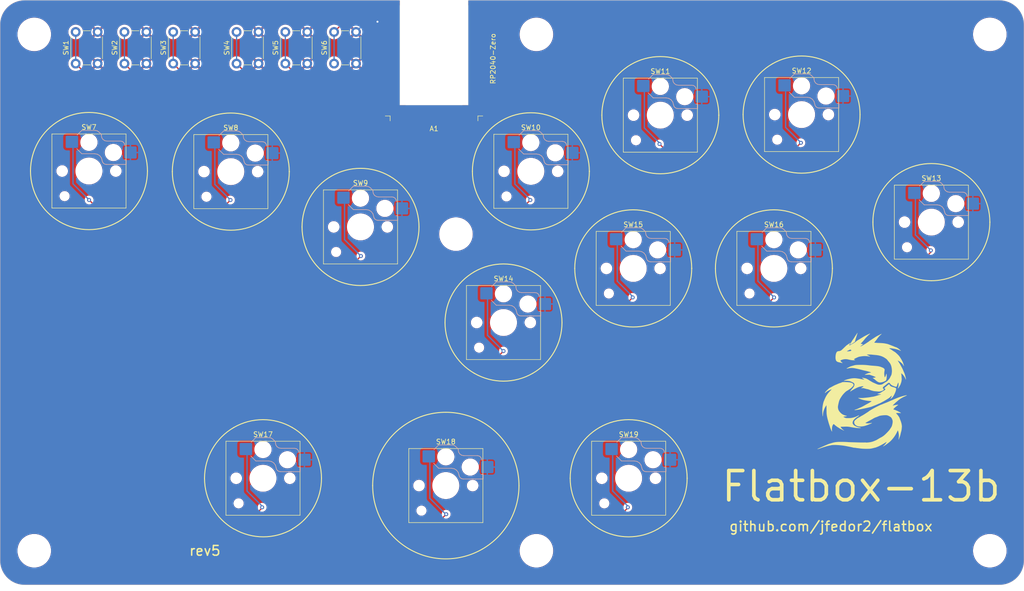
<source format=kicad_pcb>
(kicad_pcb (version 20240108) (generator "pcbnew") (generator_version "8.0")
  (layers (0 "F.Cu" signal) (31 "B.Cu" signal) (34 "B.Paste" user) (35 "F.Paste" user) (36 "B.SilkS" user "B.Silkscreen") (37 "F.SilkS" user "F.Silkscreen") (38 "B.Mask" user) (39 "F.Mask" user) (44 "Edge.Cuts" user))
  (net 0 "")
  (net 1 "GND")
  (net 2 "LEFT")
  (net 3 "DOWN")
  (net 4 "RIGHT")
  (net 5 "UP")
  (net 6 "L1")
  (net 7 "R1")
  (net 8 "TRIANGLE")
  (net 9 "SQUARE")
  (net 10 "CIRCLE")
  (net 11 "CROSS")
  (net 12 "R2")
  (net 13 "L2")
  (net 14 "OPT1")
  (net 15 "OPT2")
  (net 16 "OPT3")
  (net 17 "OPT4")
  (net 18 "OPT5")
  (net 19 "OPT6")
  (net 21 "unconnected-(A1-Pad2)")
  (footprint "PCM_Switch_Keyboard_Hotswap_Kailh:SW_Hotswap_Kailh_Choc_V1V2" (layer "F.Cu") (at 87.32 65.17)
    (property "Reference" "SW8")
    (property "Value" "SW_Push")
  )
  (footprint "PCM_Switch_Keyboard_Hotswap_Kailh:SW_Hotswap_Kailh_Choc_V1V2" (layer "F.Cu") (at 113.92 76.52)
    (property "Reference" "SW9")
    (property "Value" "SW_Push")
  )
  (footprint "PCM_Switch_Keyboard_Hotswap_Kailh:SW_Hotswap_Kailh_Choc_V1V2" (layer "F.Cu") (at 131.42 129.62)
    (property "Reference" "SW18")
    (property "Value" "SW_Push")
  )
  (footprint "PCM_Switch_Keyboard_Hotswap_Kailh:SW_Hotswap_Kailh_Choc_V1V2" (layer "F.Cu") (at 148.86 65.11)
    (property "Reference" "SW10")
    (property "Value" "SW_Push")
  )
  (footprint "PCM_Switch_Keyboard_Hotswap_Kailh:SW_Hotswap_Kailh_Choc_V1V2" (layer "F.Cu") (at 175.42 53.58)
    (property "Reference" "SW11")
    (property "Value" "SW_Push")
  )
  (footprint "PCM_Switch_Keyboard_Hotswap_Kailh:SW_Hotswap_Kailh_Choc_V1V2" (layer "F.Cu") (at 204.39 53.46)
    (property "Reference" "SW12")
    (property "Value" "SW_Push")
  )
  (footprint "PCM_Switch_Keyboard_Hotswap_Kailh:SW_Hotswap_Kailh_Choc_V1V2" (layer "F.Cu") (at 231.01 75.5398)
    (property "Reference" "SW13")
    (property "Value" "SW_Push")
  )
  (footprint "PCM_Switch_Keyboard_Hotswap_Kailh:SW_Hotswap_Kailh_Choc_V1V2" (layer "F.Cu") (at 143.25 96.15)
    (property "Reference" "SW14")
    (property "Value" "SW_Push")
  )
  (footprint "PCM_Switch_Keyboard_Hotswap_Kailh:SW_Hotswap_Kailh_Choc_V1V2" (layer "F.Cu") (at 169.86 85.04)
    (property "Reference" "SW15")
    (property "Value" "SW_Push")
  )
  (footprint "PCM_Switch_Keyboard_Hotswap_Kailh:SW_Hotswap_Kailh_Choc_V1V2" (layer "F.Cu") (at 198.71 85.04)
    (property "Reference" "SW16")
    (property "Value" "SW_Push")
  )
  (footprint "PCM_Switch_Keyboard_Hotswap_Kailh:SW_Hotswap_Kailh_Choc_V1V2" (layer "F.Cu") (at 168.92 128.12)
    (property "Reference" "SW19")
    (property "Value" "SW_Push")
  )
  (footprint "MountingHole:MountingHole_6.4mm_M6" (layer "F.Cu") (at 47 37)
    (property "Reference" "H1" (hide yes))
    (property "Value" "MountingHole")
  )
  (footprint "MountingHole:MountingHole_6.4mm_M6" (layer "F.Cu") (at 47 143)
    (property "Reference" "H4" (hide yes))
    (property "Value" "MountingHole")
  )
  (footprint "MountingHole:MountingHole_6.4mm_M6" (layer "F.Cu") (at 243 143)
    (property "Reference" "H6" (hide yes))
    (property "Value" "MountingHole")
  )
  (footprint "MountingHole:MountingHole_6.4mm_M6" (layer "F.Cu") (at 243 37)
    (property "Reference" "H3" (hide yes))
    (property "Value" "MountingHole")
  )
  (footprint "PCM_Switch_Keyboard_Hotswap_Kailh:SW_Hotswap_Kailh_Choc_V1V2" (layer "F.Cu") (at 58.225 65.05)
    (property "Reference" "SW7")
    (property "Value" "SW_Push")
  )
  (footprint "MountingHole:MountingHole_6.4mm_M6" (layer "F.Cu") (at 150 37)
    (property "Reference" "H2" (hide yes))
    (property "Value" "MountingHole")
  )
  (footprint "Button_Switch_THT:SW_PUSH_6mm_H5mm" (layer "F.Cu") (at 88.5 43 90)
    (property "Reference" "SW4")
    (property "Value" "SW_Push")
  )
  (footprint "Button_Switch_THT:SW_PUSH_6mm_H5mm" (layer "F.Cu") (at 65.5 43 90)
    (property "Reference" "SW2")
    (property "Value" "SW_Push")
  )
  (footprint "Button_Switch_THT:SW_PUSH_6mm_H5mm" (layer "F.Cu") (at 98.5 43 90)
    (property "Reference" "SW5")
    (property "Value" "SW_Push")
  )
  (footprint "Button_Switch_THT:SW_PUSH_6mm_H5mm" (layer "F.Cu") (at 55.5 43 90)
    (property "Reference" "SW1")
    (property "Value" "SW_Push")
  )
  (footprint "Button_Switch_THT:SW_PUSH_6mm_H5mm" (layer "F.Cu") (at 75.5 43 90)
    (property "Reference" "SW3")
    (property "Value" "SW_Push")
  )
  (footprint "Button_Switch_THT:SW_PUSH_6mm_H5mm" (layer "F.Cu") (at 108.5 43 90)
    (property "Reference" "SW6")
    (property "Value" "SW_Push")
  )
  (footprint "MountingHole:MountingHole_6.4mm_M6" (layer "F.Cu") (at 133.5 78)
    (property "Reference" "H7" (hide yes))
    (property "Value" "MountingHole")
  )
  (footprint "MountingHole:MountingHole_6.4mm_M6" (layer "F.Cu") (at 150 143)
    (property "Reference" "H5" (hide yes))
    (property "Value" "MountingHole")
  )
  (footprint "PCM_Switch_Keyboard_Hotswap_Kailh:SW_Hotswap_Kailh_Choc_V1V2" (layer "F.Cu") (at 93.919603 128.119579)
    (property "Reference" "SW17")
    (property "Value" "SW_Push")
  )
  (footprint "LOGO" (layer "F.Cu") (at 216.923986 110.040055)
    (property "Reference" "leviathan-logo" (hide yes))
    (property "Value" "" (hide yes))
  )
  (footprint "RP2040-Zero:RP2040-Zero" (layer "F.Cu") (at 129 42)
    (property "Reference" "A1")
    (property "Value" "RP2040-Zero")
  )
  (gr_line (start 216.382567 53.463258) (end 216.382567 53.463258) (stroke (width 0.2)) (layer "F.SilkS"))
  (gr_line (start 243.005098 75.539566) (end 243.005098 75.539566) (stroke (width 0.2)) (layer "F.SilkS"))
  (gr_curve (pts (xy 75.320345 65.17053) (xy 75.320345 60.873617) (xy 77.606529 56.903105) (xy 81.317714 54.754648)) (stroke (width 0.2)) (layer "F.SilkS"))
  (gr_curve (pts (xy 93.312452 54.754648) (xy 97.023636 56.903105) (xy 99.309821 60.873617) (xy 99.309821 65.17053)) (stroke (width 0.2)) (layer "F.SilkS"))
  (gr_curve (pts (xy 181.412661 63.9974) (xy 177.701476 66.145857) (xy 173.129108 66.145857) (xy 169.417923 63.9974)) (stroke (width 0.2)) (layer "F.SilkS"))
  (gr_curve (pts (xy 174.918028 117.701539) (xy 178.629213 119.849996) (xy 180.915397 123.820507) (xy 180.915397 128.117421)) (stroke (width 0.2)) (layer "F.SilkS"))
  (gr_line (start 187.41003 53.581518) (end 187.41003 53.581518) (stroke (width 0.2)) (layer "F.SilkS"))
  (gr_curve (pts (xy 174.918028 138.533303) (xy 171.206843 140.681759) (xy 166.634475 140.681759) (xy 162.92329 138.533303)) (stroke (width 0.2)) (layer "F.SilkS"))
  (gr_curve (pts (xy 123.913745 142.649412) (xy 119.271238 139.9618) (xy 116.411337 134.994889) (xy 116.411337 129.619665)) (stroke (width 0.2)) (layer "F.SilkS"))
  (gr_curve (pts (xy 204.70893 95.453303) (xy 200.997745 97.601759) (xy 196.425377 97.601759) (xy 192.714192 95.453303)) (stroke (width 0.2)) (layer "F.SilkS"))
  (gr_curve (pts (xy 192.714192 74.621539) (xy 196.425377 72.473082) (xy 200.997745 72.473082) (xy 204.70893 74.621539)) (stroke (width 0.2)) (layer "F.SilkS"))
  (gr_curve (pts (xy 180.915397 128.117421) (xy 180.915397 132.414334) (xy 178.629213 136.384846) (xy 174.918028 138.533303)) (stroke (width 0.2)) (layer "F.SilkS"))
  (gr_curve (pts (xy 142.865684 75.530868) (xy 139.154499 73.382411) (xy 136.868315 69.4119) (xy 136.868315 65.114986)) (stroke (width 0.2)) (layer "F.SilkS"))
  (gr_curve (pts (xy 210.706299 85.037421) (xy 210.706299 89.334334) (xy 208.420115 93.304846) (xy 204.70893 95.453303)) (stroke (width 0.2)) (layer "F.SilkS"))
  (gr_curve (pts (xy 99.977631 138.532882) (xy 96.266446 140.681338) (xy 91.694078 140.681338) (xy 87.982893 138.532882)) (stroke (width 0.2)) (layer "F.SilkS"))
  (gr_curve (pts (xy 210.385198 43.047376) (xy 214.096383 45.195832) (xy 216.382567 49.166344) (xy 216.382567 53.463258)) (stroke (width 0.2)) (layer "F.SilkS"))
  (gr_line (start 181.852021 85.037421) (end 181.852021 85.037421) (stroke (width 0.2)) (layer "F.SilkS"))
  (gr_curve (pts (xy 162.92329 138.533303) (xy 159.212105 136.384846) (xy 156.925921 132.414334) (xy 156.925921 128.117421)) (stroke (width 0.2)) (layer "F.SilkS"))
  (gr_curve (pts (xy 93.312452 75.586412) (xy 89.601267 77.734869) (xy 85.028899 77.734869) (xy 81.317714 75.586412)) (stroke (width 0.2)) (layer "F.SilkS"))
  (gr_curve (pts (xy 175.854652 95.453303) (xy 172.143467 97.601759) (xy 167.571099 97.601759) (xy 163.859914 95.453303)) (stroke (width 0.2)) (layer "F.SilkS"))
  (gr_line (start 180.915397 128.117421) (end 180.915397 128.117421) (stroke (width 0.2)) (layer "F.SilkS"))
  (gr_curve (pts (xy 186.716823 85.037421) (xy 186.716823 80.740507) (xy 189.003008 76.769996) (xy 192.714192 74.621539)) (stroke (width 0.2)) (layer "F.SilkS"))
  (gr_curve (pts (xy 138.918561 142.649412) (xy 134.276055 145.337024) (xy 128.556251 145.337024) (xy 123.913745 142.649412)) (stroke (width 0.2)) (layer "F.SilkS"))
  (gr_curve (pts (xy 169.417923 43.165636) (xy 173.129108 41.01718) (xy 177.701476 41.01718) (xy 181.412661 43.165636)) (stroke (width 0.2)) (layer "F.SilkS"))
  (gr_curve (pts (xy 87.922893 138.532882) (xy 84.211708 136.384425) (xy 81.925524 132.413913) (xy 81.925524 128.117)) (stroke (width 0.2)) (layer "F.SilkS"))
  (gr_curve (pts (xy 64.221646 54.636398) (xy 67.932831 56.784855) (xy 70.219015 60.755367) (xy 70.219015 65.05228)) (stroke (width 0.2)) (layer "F.SilkS"))
  (gr_curve (pts (xy 243.005098 75.539566) (xy 243.005097 82.182018) (xy 237.63487 87.56679) (xy 231.01036 87.56679)) (stroke (width 0.2)) (layer "F.SilkS"))
  (gr_curve (pts (xy 160.857791 65.114986) (xy 160.857791 69.4119) (xy 158.571607 73.382411) (xy 154.860422 75.530868)) (stroke (width 0.2)) (layer "F.SilkS"))
  (gr_curve (pts (xy 52.226909 54.636398) (xy 55.938093 52.487941) (xy 60.510462 52.487941) (xy 64.221646 54.636398)) (stroke (width 0.2)) (layer "F.SilkS"))
  (gr_curve (pts (xy 131.255108 96.153426) (xy 131.255108 91.856513) (xy 133.541293 87.886001) (xy 137.252477 85.737546)) (stroke (width 0.2)) (layer "F.SilkS"))
  (gr_curve (pts (xy 192.393091 53.463258) (xy 192.393091 49.166344) (xy 194.679275 45.195832) (xy 198.39046 43.047376)) (stroke (width 0.2)) (layer "F.SilkS"))
  (gr_curve (pts (xy 119.919904 86.938924) (xy 116.208719 89.08738) (xy 111.636351 89.08738) (xy 107.925166 86.938924)) (stroke (width 0.2)) (layer "F.SilkS"))
  (gr_curve (pts (xy 101.927798 76.523042) (xy 101.927798 72.226128) (xy 104.213982 68.255617) (xy 107.925166 66.10716)) (stroke (width 0.2)) (layer "F.SilkS"))
  (gr_curve (pts (xy 137.252477 85.737546) (xy 140.963662 83.589088) (xy 145.53603 83.589088) (xy 149.247215 85.737546)) (stroke (width 0.2)) (layer "F.SilkS"))
  (gr_curve (pts (xy 154.860422 54.699104) (xy 158.571607 56.847561) (xy 160.857791 60.818073) (xy 160.857791 65.114986)) (stroke (width 0.2)) (layer "F.SilkS"))
  (gr_curve (pts (xy 162.92329 117.701539) (xy 166.634475 115.553082) (xy 171.206843 115.553082) (xy 174.918028 117.701539)) (stroke (width 0.2)) (layer "F.SilkS"))
  (gr_curve (pts (xy 87.922893 117.701118) (xy 91.634078 115.552661) (xy 96.206446 115.552661) (xy 99.917631 117.701118)) (stroke (width 0.2)) (layer "F.SilkS"))
  (gr_line (start 155.244584 96.153426) (end 155.244584 96.153426) (stroke (width 0.2)) (layer "F.SilkS"))
  (gr_curve (pts (xy 181.852021 85.037421) (xy 181.852021 89.334334) (xy 179.565837 93.304846) (xy 175.854652 95.453303)) (stroke (width 0.2)) (layer "F.SilkS"))
  (gr_curve (pts (xy 138.918561 116.589918) (xy 143.561067 119.277529) (xy 146.420969 124.244441) (xy 146.420969 129.619665)) (stroke (width 0.2)) (layer "F.SilkS"))
  (gr_curve (pts (xy 64.221646 75.468162) (xy 60.510462 77.616619) (xy 55.938093 77.616619) (xy 52.226909 75.468162)) (stroke (width 0.2)) (layer "F.SilkS"))
  (gr_curve (pts (xy 225.012991 65.123684) (xy 228.724176 62.975227) (xy 233.296544 62.975227) (xy 237.007729 65.123684)) (stroke (width 0.2)) (layer "F.SilkS"))
  (gr_curve (pts (xy 169.417923 63.9974) (xy 165.706739 61.848943) (xy 163.420555 57.878432) (xy 163.420555 53.581518)) (stroke (width 0.2)) (layer "F.SilkS"))
  (gr_curve (pts (xy 116.411337 129.619665) (xy 116.411337 124.244441) (xy 119.271238 119.277529) (xy 123.913745 116.589918)) (stroke (width 0.2)) (layer "F.SilkS"))
  (gr_line (start 105.915 128.117) (end 105.915 128.117) (stroke (width 0.2)) (layer "F.SilkS"))
  (gr_line (start 160.857791 65.114986) (end 160.857791 65.114986) (stroke (width 0.2)) (layer "F.SilkS"))
  (gr_curve (pts (xy 149.247215 85.737546) (xy 152.9584 87.886001) (xy 155.244584 91.856513) (xy 155.244584 96.153426)) (stroke (width 0.2)) (layer "F.SilkS"))
  (gr_curve (pts (xy 156.925921 128.117421) (xy 156.925921 123.820507) (xy 159.212105 119.849996) (xy 162.92329 117.701539)) (stroke (width 0.2)) (layer "F.SilkS"))
  (gr_curve (pts (xy 163.859914 95.453303) (xy 160.148729 93.304846) (xy 157.862545 89.334334) (xy 157.862545 85.037421)) (stroke (width 0.2)) (layer "F.SilkS"))
  (gr_curve (pts (xy 181.412661 43.165636) (xy 185.123846 45.314093) (xy 187.41003 49.284605) (xy 187.41003 53.581518)) (stroke (width 0.2)) (layer "F.SilkS"))
  (gr_curve (pts (xy 163.859914 74.621539) (xy 167.571099 72.473082) (xy 172.143467 72.473082) (xy 175.854652 74.621539)) (stroke (width 0.2)) (layer "F.SilkS"))
  (gr_curve (pts (xy 237.007729 65.123684) (xy 240.718914 67.272141) (xy 243.005098 71.242653) (xy 243.005098 75.539566)) (stroke (width 0.2)) (layer "F.SilkS"))
  (gr_curve (pts (xy 70.219015 65.05228) (xy 70.219015 69.349193) (xy 67.932831 73.319705) (xy 64.221646 75.468162)) (stroke (width 0.2)) (layer "F.SilkS"))
  (gr_curve (pts (xy 105.915 128.117) (xy 105.915 132.413913) (xy 103.628816 136.384425) (xy 99.917631 138.532882)) (stroke (width 0.2)) (layer "F.SilkS"))
  (gr_curve (pts (xy 163.420555 53.581518) (xy 163.420555 49.284605) (xy 165.706739 45.314093) (xy 169.417923 43.165636)) (stroke (width 0.2)) (layer "F.SilkS"))
  (gr_line (start 70.219015 65.05228) (end 70.219015 65.05228) (stroke (width 0.2)) (layer "F.SilkS"))
  (gr_curve (pts (xy 107.925166 66.10716) (xy 111.636351 63.958703) (xy 116.208719 63.958703) (xy 119.919904 66.10716)) (stroke (width 0.2)) (layer "F.SilkS"))
  (gr_curve (pts (xy 146.420969 129.619665) (xy 146.420969 134.994889) (xy 143.561067 139.9618) (xy 138.918561 142.649412)) (stroke (width 0.2)) (layer "F.SilkS"))
  (gr_curve (pts (xy 157.862545 85.037421) (xy 157.862545 80.740507) (xy 160.148729 76.769996) (xy 163.859914 74.621539)) (stroke (width 0.2)) (layer "F.SilkS"))
  (gr_curve (pts (xy 119.919904 66.10716) (xy 123.631089 68.255617) (xy 125.917273 72.226128) (xy 125.917273 76.523042)) (stroke (width 0.2)) (layer "F.SilkS"))
  (gr_curve (pts (xy 123.913745 116.589918) (xy 128.556251 113.902306) (xy 134.276055 113.902306) (xy 138.918561 116.589918)) (stroke (width 0.2)) (layer "F.SilkS"))
  (gr_curve (pts (xy 107.925166 86.938924) (xy 104.213982 84.790467) (xy 101.927798 80.819955) (xy 101.927798 76.523042)) (stroke (width 0.2)) (layer "F.SilkS"))
  (gr_curve (pts (xy 210.385198 63.879139) (xy 206.674013 66.027596) (xy 202.101645 66.027596) (xy 198.39046 63.879139)) (stroke (width 0.2)) (layer "F.SilkS"))
  (gr_curve (pts (xy 219.015622 75.539566) (xy 219.015622 71.242653) (xy 221.301806 67.272141) (xy 225.012991 65.123684)) (stroke (width 0.2)) (layer "F.SilkS"))
  (gr_curve (pts (xy 81.317714 75.586412) (xy 77.606529 73.437955) (xy 75.320345 69.467444) (xy 75.320345 65.17053)) (stroke (width 0.2)) (layer "F.SilkS"))
  (gr_curve (pts (xy 187.41003 53.581518) (xy 187.41003 57.878432) (xy 185.123846 61.848943) (xy 181.412661 63.9974)) (stroke (width 0.2)) (layer "F.SilkS"))
  (gr_curve (pts (xy 198.39046 63.879139) (xy 194.679275 61.730683) (xy 192.393091 57.760171) (xy 192.393091 53.463258)) (stroke (width 0.2)) (layer "F.SilkS"))
  (gr_curve (pts (xy 137.252477 106.569308) (xy 133.541293 104.420852) (xy 131.255108 100.45034) (xy 131.255108 96.153426)) (stroke (width 0.2)) (layer "F.SilkS"))
  (gr_curve (pts (xy 81.317714 54.754648) (xy 85.028899 52.606192) (xy 89.601267 52.606192) (xy 93.312452 54.754648)) (stroke (width 0.2)) (layer "F.SilkS"))
  (gr_curve (pts (xy 99.917631 117.701118) (xy 103.628816 119.849575) (xy 105.915 123.820086) (xy 105.915 128.117)) (stroke (width 0.2)) (layer "F.SilkS"))
  (gr_curve (pts (xy 136.868315 65.114986) (xy 136.868315 60.818073) (xy 139.154499 56.847561) (xy 142.865684 54.699104)) (stroke (width 0.2)) (layer "F.SilkS"))
  (gr_line (start 125.917273 76.523042) (end 125.917273 76.523042) (stroke (width 0.2)) (layer "F.SilkS"))
  (gr_line (start 99.309821 65.17053) (end 99.309821 65.17053) (stroke (width 0.2)) (layer "F.SilkS"))
  (gr_curve (pts (xy 149.247215 106.569308) (xy 145.53603 108.717765) (xy 140.963662 108.717765) (xy 137.252477 106.569308)) (stroke (width 0.2)) (layer "F.SilkS"))
  (gr_curve (pts (xy 155.244584 96.153426) (xy 155.244584 100.45034) (xy 152.9584 104.420852) (xy 149.247215 106.569308)) (stroke (width 0.2)) (layer "F.SilkS"))
  (gr_curve (pts (xy 99.309821 65.17053) (xy 99.309821 69.467444) (xy 97.023636 73.437955) (xy 93.312452 75.586412)) (stroke (width 0.2)) (layer "F.SilkS"))
  (gr_curve (pts (xy 192.714192 95.453303) (xy 189.003008 93.304846) (xy 186.716823 89.334334) (xy 186.716823 85.037421)) (stroke (width 0.2)) (layer "F.SilkS"))
  (gr_curve (pts (xy 175.854652 74.621539) (xy 179.565837 76.769996) (xy 181.852021 80.740507) (xy 181.852021 85.037421)) (stroke (width 0.2)) (layer "F.SilkS"))
  (gr_curve (pts (xy 52.226909 75.468162) (xy 48.515724 73.319705) (xy 46.22954 69.349193) (xy 46.22954 65.05228)) (stroke (width 0.2)) (layer "F.SilkS"))
  (gr_curve (pts (xy 81.925524 128.117) (xy 81.925524 123.820086) (xy 84.211708 119.849575) (xy 87.922893 117.701118)) (stroke (width 0.2)) (layer "F.SilkS"))
  (gr_curve (pts (xy 46.22954 65.05228) (xy 46.22954 60.755367) (xy 48.515724 56.784855) (xy 52.226909 54.636398)) (stroke (width 0.2)) (layer "F.SilkS"))
  (gr_line (start 146.420969 129.619665) (end 146.420969 129.619665) (stroke (width 0.2)) (layer "F.SilkS"))
  (gr_curve (pts (xy 125.917273 76.523042) (xy 125.917273 80.819955) (xy 123.631089 84.790467) (xy 119.919904 86.938924)) (stroke (width 0.2)) (layer "F.SilkS"))
  (gr_curve (pts (xy 231.01036 87.56679) (xy 224.38585 87.56679) (xy 219.015623 82.182018) (xy 219.015622 75.539566)) (stroke (width 0.2)) (layer "F.SilkS"))
  (gr_curve (pts (xy 154.860422 75.530868) (xy 151.149237 77.679325) (xy 146.576869 77.679325) (xy 142.865684 75.530868)) (stroke (width 0.2)) (layer "F.SilkS"))
  (gr_curve (pts (xy 204.70893 74.621539) (xy 208.420115 76.769996) (xy 210.706299 80.740507) (xy 210.706299 85.037421)) (stroke (width 0.2)) (layer "F.SilkS"))
  (gr_curve (pts (xy 198.39046 43.047376) (xy 202.101645 40.898919) (xy 206.674013 40.898919) (xy 210.385198 43.047376)) (stroke (width 0.2)) (layer "F.SilkS"))
  (gr_curve (pts (xy 216.382567 53.463258) (xy 216.382567 57.760171) (xy 214.096383 61.730683) (xy 210.385198 63.879139)) (stroke (width 0.2)) (layer "F.SilkS"))
  (gr_curve (pts (xy 142.865684 54.699104) (xy 146.576869 52.550648) (xy 151.149237 52.550648) (xy 154.860422 54.699104)) (stroke (width 0.2)) (layer "F.SilkS"))
  (gr_line (start 210.706299 85.037421) (end 210.706299 85.037421) (stroke (width 0.2)) (layer "F.SilkS"))
  (gr_line (start 250 35) (end 250 145) (stroke (width 0.05)) (layer "Edge.Cuts"))
  (gr_line (start 245 150) (end 45 150) (stroke (width 0.05)) (layer "Edge.Cuts"))
  (gr_line (start 40 145) (end 40 35) (stroke (width 0.05)) (layer "Edge.Cuts"))
  (gr_line (start 45 30) (end 122 30) (stroke (width 0.05)) (layer "Edge.Cuts"))
  (gr_line (start 136 30) (end 245 30) (stroke (width 0.05)) (layer "Edge.Cuts"))
  (gr_line (start 122 30) (end 122 51.5) (stroke (width 0.05)) (layer "Edge.Cuts"))
  (gr_arc (start 40 35) (mid 41.464466 31.464466) (end 45 30) (stroke (width 0.05)) (layer "Edge.Cuts"))
  (gr_line (start 136 51.5) (end 136 30) (stroke (width 0.05)) (layer "Edge.Cuts"))
  (gr_arc (start 45 150) (mid 41.464466 148.535534) (end 40 145) (stroke (width 0.05)) (layer "Edge.Cuts"))
  (gr_arc (start 250 145) (mid 248.535534 148.535534) (end 245 150) (stroke (width 0.05)) (layer "Edge.Cuts"))
  (gr_arc (start 245 30) (mid 248.535534 31.464466) (end 250 35) (stroke (width 0.05)) (layer "Edge.Cuts"))
  (gr_line (start 122 51.5) (end 136 51.5) (stroke (width 0.05)) (layer "Edge.Cuts"))
  (gr_text "RP2040-Zero" (at 141.1 42 90) (layer "F.SilkS") (effects (font (size 1 1))))
  (gr_text "rev5" (at 82 143 0) (layer "F.SilkS") (effects (font (size 2 2) (thickness 0.3))))
  (gr_text "github.com/jfedor2/flatbox" (at 210.4 138 0) (layer "F.SilkS") (effects (font (size 2 2) (thickness 0.3))))
  (gr_text "Flatbox-13b" (at 216.6 129.8 0) (layer "F.SilkS") (effects (font (size 6 6) (thickness 0.75))))
  (segment (start 117.42 34.38) (end 117.4 34.4) (width 0.381) (layer "F.Cu") (net 1))
  (segment (start 119.84 34.38) (end 117.42 34.38) (width 0.381) (layer "F.Cu") (net 1))
  (via (at 117.4 34.4) (size 0.8) (drill 0.4) (layers "F.Cu" "B.Cu") (net 1))
  (segment (start 58.275 71) (end 58.25 71) (width 0.254) (layer "F.Cu") (net 2))
  (segment (start 77.15 51.6) (end 72.3 56.45) (width 0.254) (layer "F.Cu") (net 2))
  (segment (start 72.3 56.45) (end 72.3 73.35) (width 0.254) (layer "F.Cu") (net 2))
  (segment (start 123.92 55.68) (end 123.2 56.4) (width 0.254) (layer "F.Cu") (net 2))
  (segment (start 113.5 56.4) (end 108.7 51.6) (width 0.254) (layer "F.Cu") (net 2))
  (segment (start 108.7 51.6) (end 77.15 51.6) (width 0.254) (layer "F.Cu") (net 2))
  (segment (start 58.25 71) (end 58.25 70.975) (width 0.254) (layer "F.Cu") (net 2))
  (segment (start 72.3 73.35) (end 68.75 76.9) (width 0.254) (layer "F.Cu") (net 2))
  (segment (start 68.75 76.9) (end 64.175 76.9) (width 0.254) (layer "F.Cu") (net 2))
  (segment (start 64.175 76.9) (end 58.275 71) (width 0.254) (layer "F.Cu") (net 2))
  (segment (start 58.25 70.975) (end 58.225 70.95) (width 0.254) (layer "F.Cu") (net 2))
  (segment (start 123.92 53.7) (end 123.92 55.68) (width 0.254) (layer "F.Cu") (net 2))
  (segment (start 123.2 56.4) (end 113.5 56.4) (width 0.254) (layer "F.Cu") (net 2))
  (via (at 58.25 71) (size 0.8) (drill 0.4) (layers "F.Cu" "B.Cu") (net 2))
  (segment (start 58.225 70.95) (end 54.95 67.675) (width 0.254) (layer "B.Cu") (net 2))
  (segment (start 54.95 67.675) (end 54.95 59.1) (width 0.254) (layer "B.Cu") (net 2))
  (segment (start 126.46 53.7) (end 126.46 55.54) (width 0.254) (layer "F.Cu") (net 3))
  (segment (start 126.46 55.54) (end 124.3 57.7) (width 0.254) (layer "F.Cu") (net 3))
  (segment (start 74.8 56.4) (end 74.8 72) (width 0.254) (layer "F.Cu") (net 3))
  (segment (start 78.4 52.8) (end 74.8 56.4) (width 0.254) (layer "F.Cu") (net 3))
  (segment (start 77 74.2) (end 84.05 74.2) (width 0.254) (layer "F.Cu") (net 3))
  (segment (start 113.3 57.7) (end 108.4 52.8) (width 0.254) (layer "F.Cu") (net 3))
  (segment (start 84.05 74.2) (end 87.25 71) (width 0.254) (layer "F.Cu") (net 3))
  (segment (start 124.3 57.7) (end 113.3 57.7) (width 0.254) (layer "F.Cu") (net 3))
  (segment (start 74.8 72) (end 77 74.2) (width 0.254) (layer "F.Cu") (net 3))
  (segment (start 108.4 52.8) (end 78.4 52.8) (width 0.254) (layer "F.Cu") (net 3))
  (via (at 87.25 71) (size 0.8) (drill 0.4) (layers "F.Cu" "B.Cu") (net 3))
  (segment (start 84.045 59.22) (end 84.045 67.795) (width 0.254) (layer "B.Cu") (net 3))
  (segment (start 87.25 71) (end 87.32 71.07) (width 0.254) (layer "B.Cu") (net 3))
  (segment (start 84.045 67.795) (end 87.25 71) (width 0.254) (layer "B.Cu") (net 3))
  (segment (start 101.2 82.4) (end 105.8 87) (width 0.254) (layer "F.Cu") (net 4))
  (segment (start 106.2 59) (end 101.2 64) (width 0.254) (layer "F.Cu") (net 4))
  (segment (start 114 82.34) (end 113.92 82.42) (width 0.254) (layer "F.Cu") (net 4))
  (segment (start 105.8 87) (end 109.5 87) (width 0.254) (layer "F.Cu") (net 4))
  (segment (start 125.6 59) (end 106.2 59) (width 0.254) (layer "F.Cu") (net 4))
  (segment (start 129 53.7) (end 129 55.6) (width 0.254) (layer "F.Cu") (net 4))
  (segment (start 109.5 87) (end 114 82.5) (width 0.254) (layer "F.Cu") (net 4))
  (segment (start 101.2 64) (end 101.2 82.4) (width 0.254) (layer "F.Cu") (net 4))
  (segment (start 114 82.5) (end 114 82.34) (width 0.254) (layer "F.Cu") (net 4))
  (segment (start 129 55.6) (end 125.6 59) (width 0.254) (layer "F.Cu") (net 4))
  (via (at 114 82.5) (size 0.8) (drill 0.4) (layers "F.Cu" "B.Cu") (net 4))
  (segment (start 110.645 70.57) (end 110.645 79.145) (width 0.254) (layer "B.Cu") (net 4))
  (segment (start 110.645 79.145) (end 113.92 82.42) (width 0.254) (layer "B.Cu") (net 4))
  (segment (start 126.2 140.8) (end 131.5 135.5) (width 0.254) (layer "F.Cu") (net 5))
  (segment (start 115.2 122.8) (end 115.2 138) (width 0.254) (layer "F.Cu") (net 5))
  (segment (start 126.6 111.4) (end 115.2 122.8) (width 0.254) (layer "F.Cu") (net 5))
  (segment (start 134.08 55.52) (end 126.6 63) (width 0.254) (layer "F.Cu") (net 5))
  (segment (start 131.5 135.5) (end 131.5 135.44) (width 0.254) (layer "F.Cu") (net 5))
  (segment (start 115.2 138) (end 118 140.8) (width 0.254) (layer "F.Cu") (net 5))
  (segment (start 134.08 53.7) (end 134.08 55.52) (width 0.254) (layer "F.Cu") (net 5))
  (segment (start 131.5 135.44) (end 131.42 135.52) (width 0.254) (layer "F.Cu") (net 5))
  (segment (start 118 140.8) (end 126.2 140.8) (width 0.254) (layer "F.Cu") (net 5))
  (segment (start 126.6 63) (end 126.6 111.4) (width 0.254) (layer "F.Cu") (net 5))
  (via (at 131.5 135.5) (size 0.8) (drill 0.4) (layers "F.Cu" "B.Cu") (net 5))
  (segment (start 128.145 123.67) (end 128.145 132.245) (width 0.254) (layer "B.Cu") (net 5))
  (segment (start 128.145 132.245) (end 131.42 135.52) (width 0.254) (layer "B.Cu") (net 5))
  (segment (start 139.08 47.08) (end 143.6 51.6) (width 0.254) (layer "F.Cu") (net 6))
  (segment (start 168.75 134.19) (end 168.75 134.08) (width 0.254) (layer "F.Cu") (net 6))
  (segment (start 168.75 134.08) (end 168.86 134.08) (width 0.254) (layer "F.Cu") (net 6))
  (segment (start 156.6 75.8) (end 156.6 135.8) (width 0.254) (layer "F.Cu") (net 6))
  (segment (start 138.16 47.08) (end 139.08 47.08) (width 0.254) (layer "F.Cu") (net 6))
  (segment (start 156.6 135.8) (end 160.88 140.08) (width 0.254) (layer "F.Cu") (net 6))
  (segment (start 161.2 57.8) (end 161.2 71.2) (width 0.254) (layer "F.Cu") (net 6))
  (segment (start 155 51.6) (end 161.2 57.8) (width 0.254) (layer "F.Cu") (net 6))
  (segment (start 160.88 140.08) (end 162.86 140.08) (width 0.254) (layer "F.Cu") (net 6))
  (segment (start 143.6 51.6) (end 155 51.6) (width 0.254) (layer "F.Cu") (net 6))
  (segment (start 161.2 71.2) (end 156.6 75.8) (width 0.254) (layer "F.Cu") (net 6))
  (segment (start 168.86 134.08) (end 168.92 134.02) (width 0.254) (layer "F.Cu") (net 6))
  (segment (start 162.86 140.08) (end 168.75 134.19) (width 0.254) (layer "F.Cu") (net 6))
  (via (at 168.75 134.08) (size 0.8) (drill 0.4) (layers "F.Cu" "B.Cu") (net 6))
  (segment (start 165.645 130.745) (end 168.92 134.02) (width 0.254) (layer "B.Cu") (net 6))
  (segment (start 165.645 122.17) (end 165.645 130.745) (width 0.254) (layer "B.Cu") (net 6))
  (segment (start 192 60.8) (end 195.4 64.2) (width 0.254) (layer "F.Cu") (net 7))
  (segment (start 168.6 40) (end 188.6 40) (width 0.254) (layer "F.Cu") (net 7))
  (segment (start 138.92 36.92) (end 147.4 45.4) (width 0.254) (layer "F.Cu") (net 7))
  (segment (start 163.2 45.4) (end 168.6 40) (width 0.254) (layer "F.Cu") (net 7))
  (segment (start 188.6 40) (end 192 43.4) (width 0.254) (layer "F.Cu") (net 7))
  (segment (start 199.3 64.2) (end 204.25 59.25) (width 0.254) (layer "F.Cu") (net 7))
  (segment (start 192 43.4) (end 192 60.8) (width 0.254) (layer "F.Cu") (net 7))
  (segment (start 195.4 64.2) (end 199.3 64.2) (width 0.254) (layer "F.Cu") (net 7))
  (segment (start 138.16 36.92) (end 138.92 36.92) (width 0.254) (layer "F.Cu") (net 7))
  (segment (start 147.4 45.4) (end 163.2 45.4) (width 0.254) (layer "F.Cu") (net 7))
  (via (at 204.25 59.25) (size 0.8) (drill 0.4) (layers "F.Cu" "B.Cu") (net 7))
  (segment (start 201.115 47.51) (end 201.115 56.085) (width 0.254) (layer "B.Cu") (net 7))
  (segment (start 204.25 59.25) (end 204.28 59.25) (width 0.254) (layer "B.Cu") (net 7))
  (segment (start 204.25 59.22) (end 204.25 59.25) (width 0.254) (layer "B.Cu") (net 7))
  (segment (start 201.115 56.085) (end 204.25 59.22) (width 0.254) (layer "B.Cu") (net 7))
  (segment (start 204.28 59.25) (end 204.39 59.36) (width 0.254) (layer "B.Cu") (net 7))
  (segment (start 175.4 59.5) (end 175.42 59.48) (width 0.254) (layer "F.Cu") (net 8))
  (segment (start 175.25 59.65) (end 175.25 59.5) (width 0.254) (layer "F.Cu") (net 8))
  (segment (start 180.35 64.6) (end 175.25 59.5) (width 0.254) (layer "F.Cu") (net 8))
  (segment (start 181 41.2) (end 187.8 48) (width 0.254) (layer "F.Cu") (net 8))
  (segment (start 175.25 59.5) (end 175.4 59.5) (width 0.254) (layer "F.Cu") (net 8))
  (segment (start 183.2 64.6) (end 180.35 64.6) (width 0.254) (layer "F.Cu") (net 8))
  (segment (start 169.6 41.2) (end 181 41.2) (width 0.254) (layer "F.Cu") (net 8))
  (segment (start 138.16 42) (end 139.8 42) (width 0.254) (layer "F.Cu") (net 8))
  (segment (start 144.8 47) (end 163.8 47) (width 0.254) (layer "F.Cu") (net 8))
  (segment (start 187.8 48) (end 187.8 60) (width 0.254) (layer "F.Cu") (net 8))
  (segment (start 163.8 47) (end 169.6 41.2) (width 0.254) (layer "F.Cu") (net 8))
  (segment (start 139.8 42) (end 144.8 47) (width 0.254) (layer "F.Cu") (net 8))
  (segment (start 187.8 60) (end 183.2 64.6) (width 0.254) (layer "F.Cu") (net 8))
  (via (at 175.25 59.5) (size 0.8) (drill 0.4) (layers "F.Cu" "B.Cu") (net 8))
  (segment (start 172.145 47.63) (end 172.145 56.205) (width 0.254) (layer "B.Cu") (net 8))
  (segment (start 172.145 56.205) (end 175.42 59.48) (width 0.254) (layer "B.Cu") (net 8))
  (segment (start 141 54.6) (end 136.4 59.2) (width 0.254) (layer "F.Cu") (net 9))
  (segment (start 141 50.8) (end 141 54.6) (width 0.254) (layer "F.Cu") (net 9))
  (segment (start 136.4 70.2) (end 140.4 74.2) (width 0.254) (layer "F.Cu") (net 9))
  (segment (start 138.16 49.62) (end 139.82 49.62) (width 0.254) (layer "F.Cu") (net 9))
  (segment (start 136.4 59.2) (end 136.4 70.2) (width 0.254) (layer "F.Cu") (net 9))
  (segment (start 139.82 49.62) (end 141 50.8) (width 0.254) (layer "F.Cu") (net 9))
  (segment (start 145.55 74.2) (end 148.75 71) (width 0.254) (layer "F.Cu") (net 9))
  (segment (start 140.4 74.2) (end 145.55 74.2) (width 0.254) (layer "F.Cu") (net 9))
  (via (at 148.75 71) (size 0.8) (drill 0.4) (layers "F.Cu" "B.Cu") (net 9))
  (segment (start 145.585 59.16) (end 145.585 67.735) (width 0.254) (layer "B.Cu") (net 9))
  (segment (start 145.585 67.735) (end 148.75 70.9) (width 0.254) (layer "B.Cu") (net 9))
  (segment (start 148.75 71) (end 148.85 71) (width 0.254) (layer "B.Cu") (net 9))
  (segment (start 148.75 70.9) (end 148.75 71) (width 0.254) (layer "B.Cu") (net 9))
  (segment (start 148.85 71) (end 148.86 71.01) (width 0.254) (layer "B.Cu") (net 9))
  (segment (start 162.65 71.15) (end 157.4 76.4) (width 0.254) (layer "F.Cu") (net 10))
  (segment (start 157.4 76.4) (end 157.4 93) (width 0.254) (layer "F.Cu") (net 10))
  (segment (start 157.4 93) (end 159.4 95) (width 0.254) (layer "F.Cu") (net 10))
  (segment (start 144.8 49.6) (end 155.2 49.6) (width 0.254) (layer "F.Cu") (net 10))
  (segment (start 169.8 91) (end 169.86 90.94) (width 0.254) (layer "F.Cu") (net 10))
  (segment (start 169.75 91) (end 169.8 91) (width 0.254) (layer "F.Cu") (net 10))
  (segment (start 159.4 95) (end 165.75 95) (width 0.254) (layer "F.Cu") (net 10))
  (segment (start 165.75 95) (end 169.75 91) (width 0.254) (layer "F.Cu") (net 10))
  (segment (start 138.16 44.54) (end 139.74 44.54) (width 0.254) (layer "F.Cu") (net 10))
  (segment (start 162.65 57.05) (end 162.65 71.15) (width 0.254) (layer "F.Cu") (net 10))
  (segment (start 139.74 44.54) (end 144.8 49.6) (width 0.254) (layer "F.Cu") (net 10))
  (segment (start 155.2 49.6) (end 162.65 57.05) (width 0.254) (layer "F.Cu") (net 10))
  (via (at 169.75 91) (size 0.8) (drill 0.4) (layers "F.Cu" "B.Cu") (net 10))
  (segment (start 166.585 79.09) (end 166.585 87.665) (width 0.254) (layer "B.Cu") (net 10))
  (segment (start 166.585 87.665) (end 169.86 90.94) (width 0.254) (layer "B.Cu") (net 10))
  (segment (start 140.6 81.6) (end 130.8 91.4) (width 0.254) (layer "F.Cu") (net 11))
  (segment (start 138.16 52.16) (end 139.8 53.8) (width 0.254) (layer "F.Cu") (net 11))
  (segment (start 140.6 75.4) (end 140.6 81.6) (width 0.254) (layer "F.Cu") (net 11))
  (segment (start 139.8 53.8) (end 139.8 54.8) (width 0.254) (layer "F.Cu") (net 11))
  (segment (start 135.4 59.2) (end 135.4 70.2) (width 0.254) (layer "F.Cu") (net 11))
  (segment (start 138.65 106.6) (end 143.25 102) (width 0.254) (layer "F.Cu") (net 11))
  (segment (start 139.8 54.8) (end 135.4 59.2) (width 0.254) (layer "F.Cu") (net 11))
  (segment (start 133.8 106.6) (end 138.65 106.6) (width 0.254) (layer "F.Cu") (net 11))
  (segment (start 130.8 103.6) (end 133.8 106.6) (width 0.254) (layer "F.Cu") (net 11))
  (segment (start 135.4 70.2) (end 140.6 75.4) (width 0.254) (layer "F.Cu") (net 11))
  (segment (start 130.8 91.4) (end 130.8 103.6) (width 0.254) (layer "F.Cu") (net 11))
  (via (at 143.25 102) (size 0.8) (drill 0.4) (layers "F.Cu" "B.Cu") (net 11))
  (segment (start 143.2 102) (end 143.25 102) (width 0.254) (layer "B.Cu") (net 11))
  (segment (start 139.975 90.2) (end 139.975 98.775) (width 0.254) (layer "B.Cu") (net 11))
  (segment (start 143.25 102.05) (end 143.25 102.05) (width 0.254) (layer "B.Cu") (net 11))
  (segment (start 139.975 98.775) (end 143.2 102) (width 0.254) (layer "B.Cu") (net 11))
  (segment (start 143.25 102) (end 143.25 102.05) (width 0.254) (layer "B.Cu") (net 11))
  (segment (start 188.8 47.8) (end 188.8 76.6) (width 0.254) (layer "F.Cu") (net 12))
  (segment (start 185.8 91.4) (end 190.4 96) (width 0.254) (layer "F.Cu") (net 12))
  (segment (start 181.6 40.6) (end 188.8 47.8) (width 0.254) (layer "F.Cu") (net 12))
  (segment (start 139.66 39.46) (end 146.4 46.2) (width 0.254) (layer "F.Cu") (net 12))
  (segment (start 188.8 76.6) (end 185.8 79.6) (width 0.254) (layer "F.Cu") (net 12))
  (segment (start 190.4 96) (end 193.75 96) (width 0.254) (layer "F.Cu") (net 12))
  (segment (start 169.2 40.6) (end 181.6 40.6) (width 0.254) (layer "F.Cu") (net 12))
  (segment (start 146.4 46.2) (end 163.6 46.2) (width 0.254) (layer "F.Cu") (net 12))
  (segment (start 198.75 90.9) (end 198.71 90.94) (width 0.254) (layer "F.Cu") (net 12))
  (segment (start 138.16 39.46) (end 139.66 39.46) (width 0.254) (layer "F.Cu") (net 12))
  (segment (start 163.6 46.2) (end 169.2 40.6) (width 0.254) (layer "F.Cu") (net 12))
  (segment (start 198.75 91) (end 198.75 90.9) (width 0.254) (layer "F.Cu") (net 12))
  (segment (start 193.75 96) (end 198.75 91) (width 0.254) (layer "F.Cu") (net 12))
  (segment (start 185.8 79.6) (end 185.8 91.4) (width 0.254) (layer "F.Cu") (net 12))
  (via (at 198.75 91) (size 0.8) (drill 0.4) (layers "F.Cu" "B.Cu") (net 12))
  (segment (start 195.435 79.09) (end 195.435 87.665) (width 0.254) (layer "B.Cu") (net 12))
  (segment (start 195.435 87.665) (end 198.71 90.94) (width 0.254) (layer "B.Cu") (net 12))
  (segment (start 114.4 115.6) (end 85.2 115.6) (width 0.254) (layer "F.Cu") (net 13))
  (segment (start 126 104) (end 114.4 115.6) (width 0.254) (layer "F.Cu") (net 13))
  (segment (start 80.8 136) (end 84.879579 140.079579) (width 0.254) (layer "F.Cu") (net 13))
  (segment (start 131.54 53.7) (end 131.54 55.66) (width 0.254) (layer "F.Cu") (net 13))
  (segment (start 84.879579 140.079579) (end 87.859603 140.079579) (width 0.254) (layer "F.Cu") (net 13))
  (segment (start 93.749603 134.189579) (end 93.749603 134.079579) (width 0.254) (layer "F.Cu") (net 13))
  (segment (start 85.2 115.6) (end 80.8 120) (width 0.254) (layer "F.Cu") (net 13))
  (segment (start 126 61.2) (end 126 104) (width 0.254) (layer "F.Cu") (net 13))
  (segment (start 87.859603 140.079579) (end 93.749603 134.189579) (width 0.254) (layer "F.Cu") (net 13))
  (segment (start 80.8 120) (end 80.8 136) (width 0.254) (layer "F.Cu") (net 13))
  (segment (start 93.749603 134.079579) (end 93.859603 134.079579) (width 0.254) (layer "F.Cu") (net 13))
  (segment (start 93.859603 134.079579) (end 93.919603 134.019579) (width 0.254) (layer "F.Cu") (net 13))
  (segment (start 131.54 55.66) (end 126 61.2) (width 0.254) (layer "F.Cu") (net 13))
  (via (at 93.749603 134.079579) (size 0.8) (drill 0.4) (layers "F.Cu" "B.Cu") (net 13))
  (segment (start 90.644603 130.744579) (end 93.919603 134.019579) (width 0.254) (layer "B.Cu") (net 13))
  (segment (start 90.644603 122.169579) (end 90.644603 130.744579) (width 0.254) (layer "B.Cu") (net 13))
  (segment (start 119.84 52.16) (end 119.06 52.16) (width 0.254) (layer "F.Cu") (net 14))
  (segment (start 115.7 48.8) (end 61.3 48.8) (width 0.254) (layer "F.Cu") (net 14))
  (segment (start 61.3 48.8) (end 55.5 43) (width 0.254) (layer "F.Cu") (net 14))
  (segment (start 119.06 52.16) (end 115.7 48.8) (width 0.254) (layer "F.Cu") (net 14))
  (segment (start 55.5 36.5) (end 55.5 43) (width 0.254) (layer "B.Cu") (net 14))
  (segment (start 70.5 48) (end 65.5 43) (width 0.254) (layer "F.Cu") (net 15))
  (segment (start 118.72 49.62) (end 117.1 48) (width 0.254) (layer "F.Cu") (net 15))
  (segment (start 119.84 49.62) (end 118.72 49.62) (width 0.254) (layer "F.Cu") (net 15))
  (segment (start 117.1 48) (end 70.5 48) (width 0.254) (layer "F.Cu") (net 15))
  (segment (start 65.5 36.5) (end 65.5 43) (width 0.254) (layer "B.Cu") (net 15))
  (segment (start 119.84 47.08) (end 119.72 47.2) (width 0.254) (layer "F.Cu") (net 16))
  (segment (start 79.7 47.2) (end 75.5 43) (width 0.254) (layer "F.Cu") (net 16))
  (segment (start 119.72 47.2) (end 79.7 47.2) (width 0.254) (layer "F.Cu") (net 16))
  (segment (start 75.5 36.5) (end 75.5 43) (width 0.254) (layer "B.Cu") (net 16))
  (segment (start 91.9 46.4) (end 88.5 43) (width 0.254) (layer "F.Cu") (net 17))
  (segment (start 117.05 46.4) (end 91.9 46.4) (width 0.254) (layer "F.Cu") (net 17))
  (segment (start 118.91 44.54) (end 117.05 46.4) (width 0.254) (layer "F.Cu") (net 17))
  (segment (start 119.84 44.54) (end 118.91 44.54) (width 0.254) (layer "F.Cu") (net 17))
  (segment (start 88.5 36.5) (end 88.5 43) (width 0.254) (layer "B.Cu") (net 17))
  (segment (start 119.84 42) (end 119.1 42) (width 0.254) (layer "F.Cu") (net 18))
  (segment (start 101.1 45.6) (end 98.5 43) (width 0.254) (layer "F.Cu") (net 18))
  (segment (start 119.1 42) (end 115.5 45.6) (width 0.254) (layer "F.Cu") (net 18))
  (segment (start 115.5 45.6) (end 101.1 45.6) (width 0.254) (layer "F.Cu") (net 18))
  (segment (start 98.5 36.5) (end 98.5 43) (width 0.254) (layer "B.Cu") (net 18))
  (segment (start 119.16 39.46) (end 119.84 39.46) (width 0.254) (layer "F.Cu") (net 19))
  (segment (start 110.7 34.3) (end 114 34.3) (width 0.254) (layer "F.Cu") (net 19))
  (segment (start 114 34.3) (end 119.16 39.46) (width 0.254) (layer "F.Cu") (net 19))
  (segment (start 108.5 36.5) (end 110.7 34.3) (width 0.254) (layer "F.Cu") (net 19))
  (segment (start 108.5 36.5) (end 108.5 43) (width 0.254) (layer "B.Cu") (net 19))
  (segment (start 217.8 45.6) (end 217.8 82.4) (width 0.254) (layer "F.Cu") (net 21))
  (segment (start 230.9 81.7) (end 230.9 81.3398) (width 0.254) (layer "F.Cu") (net 21))
  (segment (start 168.054 39.346) (end 211.546 39.346) (width 0.254) (layer "F.Cu") (net 21))
  (segment (start 138.16 34.38) (end 139.78 34.38) (width 0.254) (layer "F.Cu") (net 21))
  (segment (start 222.4 87) (end 225.6 87) (width 0.254) (layer "F.Cu") (net 21))
  (segment (start 211.546 39.346) (end 217.8 45.6) (width 0.254) (layer "F.Cu") (net 21))
  (segment (start 217.8 82.4) (end 222.4 87) (width 0.254) (layer "F.Cu") (net 21))
  (segment (start 139.78 34.38) (end 142.6 37.2) (width 0.254) (layer "F.Cu") (net 21))
  (segment (start 225.6 87) (end 230.9 81.7) (width 0.254) (layer "F.Cu") (net 21))
  (segment (start 142.6 39.4) (end 147.8 44.6) (width 0.254) (layer "F.Cu") (net 21))
  (segment (start 147.8 44.6) (end 162.8 44.6) (width 0.254) (layer "F.Cu") (net 21))
  (segment (start 142.6 37.2) (end 142.6 39.4) (width 0.254) (layer "F.Cu") (net 21))
  (segment (start 162.8 44.6) (end 168.054 39.346) (width 0.254) (layer "F.Cu") (net 21))
  (via (at 230.9 81.3398) (size 0.8) (drill 0.4) (layers "F.Cu" "B.Cu") (net 21))
  (segment (start 230.9 81.3298) (end 230.9 81.3398) (width 0.254) (layer "B.Cu") (net 21))
  (segment (start 230.91 81.3398) (end 231.01 81.4398) (width 0.254) (layer "B.Cu") (net 21))
  (segment (start 230.9 81.3398) (end 230.91 81.3398) (width 0.254) (layer "B.Cu") (net 21))
  (segment (start 227.735 78.1648) (end 230.9 81.3298) (width 0.254) (layer "B.Cu") (net 21))
  (segment (start 227.735 69.5898) (end 227.735 78.1648) (width 0.254) (layer "B.Cu") (net 21))
  (zone (net 1) (net_name "GND") (layer "F.Cu") (priority 1) (connect_pads (clearance 0.508)) (min_thickness 0.25) (fill yes (thermal_gap 0.5) (thermal_bridge_width 0.5))
    (polygon (pts (xy 40 30) (xy 40 150) (xy 250 150) (xy 250 30)))
  )
  (zone (net 1) (net_name "GND") (layer "B.Cu") (connect_pads (clearance 0.508)) (min_thickness 0.254) (fill yes (thermal_gap 0.3) (thermal_bridge_width 0.3))
    (polygon (pts (xy 250 150) (xy 40 150) (xy 40 30) (xy 250 30)))
  )
)
</source>
